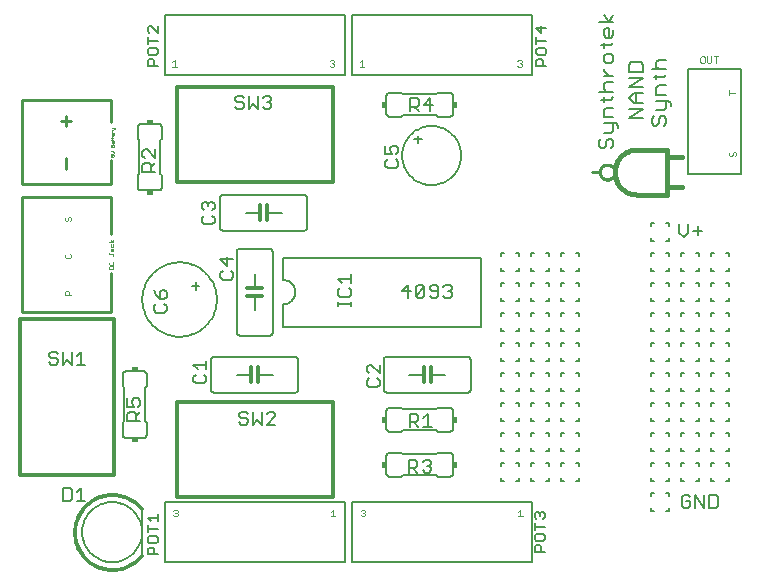
<source format=gto>
G75*
G70*
%OFA0B0*%
%FSLAX24Y24*%
%IPPOS*%
%LPD*%
%AMOC8*
5,1,8,0,0,1.08239X$1,22.5*
%
%ADD10C,0.0070*%
%ADD11C,0.0060*%
%ADD12C,0.0160*%
%ADD13C,0.0100*%
%ADD14C,0.0080*%
%ADD15C,0.0120*%
%ADD16R,0.0150X0.0200*%
%ADD17R,0.0200X0.0150*%
%ADD18C,0.0050*%
%ADD19C,0.0020*%
%ADD20C,0.0010*%
%ADD21C,0.0030*%
D10*
X002669Y004025D02*
X002884Y004025D01*
X002955Y004096D01*
X002955Y004383D01*
X002884Y004455D01*
X002669Y004455D01*
X002669Y004025D01*
X003129Y004025D02*
X003416Y004025D01*
X003272Y004025D02*
X003272Y004455D01*
X003129Y004312D01*
X004814Y006700D02*
X004814Y006915D01*
X004886Y006987D01*
X005029Y006987D01*
X005101Y006915D01*
X005101Y006700D01*
X005101Y006843D02*
X005244Y006987D01*
X005173Y007160D02*
X005244Y007232D01*
X005244Y007375D01*
X005173Y007447D01*
X005029Y007447D01*
X004957Y007375D01*
X004957Y007303D01*
X005029Y007160D01*
X004814Y007160D01*
X004814Y007447D01*
X004814Y006700D02*
X005244Y006700D01*
X007014Y008021D02*
X007086Y007950D01*
X007373Y007950D01*
X007444Y008021D01*
X007444Y008165D01*
X007373Y008237D01*
X007444Y008410D02*
X007444Y008697D01*
X007444Y008553D02*
X007014Y008553D01*
X007157Y008410D01*
X007086Y008237D02*
X007014Y008165D01*
X007014Y008021D01*
X008539Y006933D02*
X008539Y006862D01*
X008611Y006790D01*
X008754Y006790D01*
X008826Y006718D01*
X008826Y006646D01*
X008754Y006575D01*
X008611Y006575D01*
X008539Y006646D01*
X008539Y006933D02*
X008611Y007005D01*
X008754Y007005D01*
X008826Y006933D01*
X009000Y007005D02*
X009000Y006575D01*
X009143Y006718D01*
X009287Y006575D01*
X009287Y007005D01*
X009460Y006933D02*
X009532Y007005D01*
X009675Y007005D01*
X009747Y006933D01*
X009747Y006862D01*
X009460Y006575D01*
X009747Y006575D01*
X012789Y007896D02*
X012861Y007825D01*
X013148Y007825D01*
X013219Y007896D01*
X013219Y008040D01*
X013148Y008112D01*
X013219Y008285D02*
X012932Y008572D01*
X012861Y008572D01*
X012789Y008500D01*
X012789Y008357D01*
X012861Y008285D01*
X012861Y008112D02*
X012789Y008040D01*
X012789Y007896D01*
X013219Y008285D02*
X013219Y008572D01*
X014219Y006930D02*
X014434Y006930D01*
X014505Y006858D01*
X014505Y006715D01*
X014434Y006643D01*
X014219Y006643D01*
X014362Y006643D02*
X014505Y006500D01*
X014679Y006500D02*
X014966Y006500D01*
X014822Y006500D02*
X014822Y006930D01*
X014679Y006787D01*
X014219Y006930D02*
X014219Y006500D01*
X014194Y005405D02*
X014409Y005405D01*
X014480Y005333D01*
X014480Y005190D01*
X014409Y005118D01*
X014194Y005118D01*
X014337Y005118D02*
X014480Y004975D01*
X014654Y005046D02*
X014726Y004975D01*
X014869Y004975D01*
X014941Y005046D01*
X014941Y005118D01*
X014869Y005190D01*
X014797Y005190D01*
X014869Y005190D02*
X014941Y005262D01*
X014941Y005333D01*
X014869Y005405D01*
X014726Y005405D01*
X014654Y005333D01*
X014194Y005405D02*
X014194Y004975D01*
X012269Y010525D02*
X012269Y010668D01*
X012269Y010596D02*
X011839Y010596D01*
X011839Y010525D02*
X011839Y010668D01*
X011911Y010832D02*
X012198Y010832D01*
X012269Y010903D01*
X012269Y011047D01*
X012198Y011118D01*
X012269Y011292D02*
X012269Y011579D01*
X012269Y011435D02*
X011839Y011435D01*
X011982Y011292D01*
X011911Y011118D02*
X011839Y011047D01*
X011839Y010903D01*
X011911Y010832D01*
X013964Y011015D02*
X014251Y011015D01*
X014425Y010871D02*
X014425Y011158D01*
X014496Y011230D01*
X014640Y011230D01*
X014712Y011158D01*
X014425Y010871D01*
X014496Y010800D01*
X014640Y010800D01*
X014712Y010871D01*
X014712Y011158D01*
X014885Y011158D02*
X014885Y011087D01*
X014957Y011015D01*
X015172Y011015D01*
X015172Y011158D02*
X015172Y010871D01*
X015100Y010800D01*
X014957Y010800D01*
X014885Y010871D01*
X014885Y011158D02*
X014957Y011230D01*
X015100Y011230D01*
X015172Y011158D01*
X015345Y011158D02*
X015417Y011230D01*
X015561Y011230D01*
X015632Y011158D01*
X015632Y011087D01*
X015561Y011015D01*
X015632Y010943D01*
X015632Y010871D01*
X015561Y010800D01*
X015417Y010800D01*
X015345Y010871D01*
X015489Y011015D02*
X015561Y011015D01*
X014179Y010800D02*
X014179Y011230D01*
X013964Y011015D01*
X013773Y015125D02*
X013486Y015125D01*
X013414Y015196D01*
X013414Y015340D01*
X013486Y015412D01*
X013414Y015585D02*
X013629Y015585D01*
X013557Y015728D01*
X013557Y015800D01*
X013629Y015872D01*
X013773Y015872D01*
X013844Y015800D01*
X013844Y015657D01*
X013773Y015585D01*
X013773Y015412D02*
X013844Y015340D01*
X013844Y015196D01*
X013773Y015125D01*
X013414Y015585D02*
X013414Y015872D01*
X014239Y017025D02*
X014239Y017455D01*
X014454Y017455D01*
X014526Y017383D01*
X014526Y017240D01*
X014454Y017168D01*
X014239Y017168D01*
X014383Y017168D02*
X014526Y017025D01*
X014700Y017240D02*
X014987Y017240D01*
X014915Y017025D02*
X014915Y017455D01*
X014700Y017240D01*
X009616Y017243D02*
X009616Y017171D01*
X009544Y017100D01*
X009401Y017100D01*
X009329Y017171D01*
X009155Y017100D02*
X009155Y017530D01*
X009329Y017458D02*
X009401Y017530D01*
X009544Y017530D01*
X009616Y017458D01*
X009616Y017387D01*
X009544Y017315D01*
X009616Y017243D01*
X009544Y017315D02*
X009472Y017315D01*
X009155Y017100D02*
X009012Y017243D01*
X008869Y017100D01*
X008869Y017530D01*
X008695Y017458D02*
X008623Y017530D01*
X008480Y017530D01*
X008408Y017458D01*
X008408Y017387D01*
X008480Y017315D01*
X008623Y017315D01*
X008695Y017243D01*
X008695Y017171D01*
X008623Y017100D01*
X008480Y017100D01*
X008408Y017171D01*
X005744Y015747D02*
X005744Y015460D01*
X005457Y015747D01*
X005386Y015747D01*
X005314Y015675D01*
X005314Y015532D01*
X005386Y015460D01*
X005386Y015287D02*
X005314Y015215D01*
X005314Y015000D01*
X005744Y015000D01*
X005601Y015000D02*
X005601Y015215D01*
X005529Y015287D01*
X005386Y015287D01*
X005601Y015143D02*
X005744Y015287D01*
X007289Y013925D02*
X007361Y013997D01*
X007432Y013997D01*
X007504Y013925D01*
X007576Y013997D01*
X007648Y013997D01*
X007719Y013925D01*
X007719Y013782D01*
X007648Y013710D01*
X007648Y013537D02*
X007719Y013465D01*
X007719Y013321D01*
X007648Y013250D01*
X007361Y013250D01*
X007289Y013321D01*
X007289Y013465D01*
X007361Y013537D01*
X007361Y013710D02*
X007289Y013782D01*
X007289Y013925D01*
X007504Y013925D02*
X007504Y013853D01*
X008129Y012151D02*
X008129Y011864D01*
X007914Y012079D01*
X008344Y012079D01*
X008273Y011691D02*
X008344Y011619D01*
X008344Y011476D01*
X008273Y011404D01*
X007986Y011404D01*
X007914Y011476D01*
X007914Y011619D01*
X007986Y011691D01*
X006119Y010979D02*
X006119Y010836D01*
X006048Y010764D01*
X005904Y010764D01*
X005904Y010979D01*
X005976Y011051D01*
X006048Y011051D01*
X006119Y010979D01*
X005904Y010764D02*
X005761Y010908D01*
X005689Y011051D01*
X005761Y010591D02*
X005689Y010519D01*
X005689Y010376D01*
X005761Y010304D01*
X006048Y010304D01*
X006119Y010376D01*
X006119Y010519D01*
X006048Y010591D01*
X003272Y009005D02*
X003272Y008575D01*
X003129Y008575D02*
X003416Y008575D01*
X003129Y008862D02*
X003272Y009005D01*
X002955Y009005D02*
X002955Y008575D01*
X002812Y008718D01*
X002669Y008575D01*
X002669Y009005D01*
X002495Y008933D02*
X002423Y009005D01*
X002280Y009005D01*
X002208Y008933D01*
X002208Y008862D01*
X002280Y008790D01*
X002423Y008790D01*
X002495Y008718D01*
X002495Y008646D01*
X002423Y008575D01*
X002280Y008575D01*
X002208Y008646D01*
X023214Y012968D02*
X023358Y012825D01*
X023501Y012968D01*
X023501Y013255D01*
X023675Y013040D02*
X023962Y013040D01*
X023818Y013183D02*
X023818Y012896D01*
X023214Y012968D02*
X023214Y013255D01*
X023361Y004230D02*
X023289Y004158D01*
X023289Y003871D01*
X023361Y003800D01*
X023504Y003800D01*
X023576Y003871D01*
X023576Y004015D01*
X023433Y004015D01*
X023576Y004158D02*
X023504Y004230D01*
X023361Y004230D01*
X023750Y004230D02*
X024037Y003800D01*
X024037Y004230D01*
X024210Y004230D02*
X024425Y004230D01*
X024497Y004158D01*
X024497Y003871D01*
X024425Y003800D01*
X024210Y003800D01*
X024210Y004230D01*
X023750Y004230D02*
X023750Y003800D01*
D11*
X022854Y003790D02*
X022854Y003690D01*
X022754Y003690D01*
X022354Y003690D02*
X022254Y003690D01*
X022254Y003790D01*
X022254Y004190D02*
X022254Y004290D01*
X022354Y004290D01*
X022754Y004290D02*
X022854Y004290D01*
X022854Y004190D01*
X022854Y004690D02*
X022754Y004690D01*
X022854Y004690D02*
X022854Y004790D01*
X023254Y004790D02*
X023254Y004690D01*
X023354Y004690D01*
X023754Y004690D02*
X023854Y004690D01*
X023854Y004790D01*
X023854Y005190D02*
X023854Y005290D01*
X023754Y005290D01*
X023354Y005290D02*
X023254Y005290D01*
X023254Y005190D01*
X022854Y005190D02*
X022854Y005290D01*
X022754Y005290D01*
X022354Y005290D02*
X022254Y005290D01*
X022254Y005190D01*
X022254Y004790D02*
X022254Y004690D01*
X022354Y004690D01*
X022354Y005690D02*
X022254Y005690D01*
X022254Y005790D01*
X022254Y006190D02*
X022254Y006290D01*
X022354Y006290D01*
X022754Y006290D02*
X022854Y006290D01*
X022854Y006190D01*
X022854Y005790D02*
X022854Y005690D01*
X022754Y005690D01*
X023254Y005690D02*
X023254Y005790D01*
X023254Y005690D02*
X023354Y005690D01*
X023754Y005690D02*
X023854Y005690D01*
X023854Y005790D01*
X023854Y006190D02*
X023854Y006290D01*
X023754Y006290D01*
X023354Y006290D02*
X023254Y006290D01*
X023254Y006190D01*
X023254Y006690D02*
X023254Y006790D01*
X023254Y006690D02*
X023354Y006690D01*
X023754Y006690D02*
X023854Y006690D01*
X023854Y006790D01*
X023854Y007190D02*
X023854Y007290D01*
X023754Y007290D01*
X023354Y007290D02*
X023254Y007290D01*
X023254Y007190D01*
X022854Y007190D02*
X022854Y007290D01*
X022754Y007290D01*
X022354Y007290D02*
X022254Y007290D01*
X022254Y007190D01*
X022254Y006790D02*
X022254Y006690D01*
X022354Y006690D01*
X022754Y006690D02*
X022854Y006690D01*
X022854Y006790D01*
X022854Y007690D02*
X022754Y007690D01*
X022854Y007690D02*
X022854Y007790D01*
X022854Y008190D02*
X022854Y008290D01*
X022754Y008290D01*
X022354Y008290D02*
X022254Y008290D01*
X022254Y008190D01*
X022254Y007790D02*
X022254Y007690D01*
X022354Y007690D01*
X023254Y007690D02*
X023254Y007790D01*
X023254Y007690D02*
X023354Y007690D01*
X023754Y007690D02*
X023854Y007690D01*
X023854Y007790D01*
X023854Y008190D02*
X023854Y008290D01*
X023754Y008290D01*
X023354Y008290D02*
X023254Y008290D01*
X023254Y008190D01*
X023254Y008690D02*
X023254Y008790D01*
X023254Y008690D02*
X023354Y008690D01*
X023754Y008690D02*
X023854Y008690D01*
X023854Y008790D01*
X023854Y009190D02*
X023854Y009290D01*
X023754Y009290D01*
X023354Y009290D02*
X023254Y009290D01*
X023254Y009190D01*
X022854Y009190D02*
X022854Y009290D01*
X022754Y009290D01*
X022354Y009290D02*
X022254Y009290D01*
X022254Y009190D01*
X022254Y008790D02*
X022254Y008690D01*
X022354Y008690D01*
X022754Y008690D02*
X022854Y008690D01*
X022854Y008790D01*
X022854Y009690D02*
X022754Y009690D01*
X022854Y009690D02*
X022854Y009790D01*
X022854Y010190D02*
X022854Y010290D01*
X022754Y010290D01*
X022354Y010290D02*
X022254Y010290D01*
X022254Y010190D01*
X022254Y009790D02*
X022254Y009690D01*
X022354Y009690D01*
X023254Y009690D02*
X023254Y009790D01*
X023254Y009690D02*
X023354Y009690D01*
X023754Y009690D02*
X023854Y009690D01*
X023854Y009790D01*
X023854Y010190D02*
X023854Y010290D01*
X023754Y010290D01*
X023354Y010290D02*
X023254Y010290D01*
X023254Y010190D01*
X023254Y010690D02*
X023254Y010790D01*
X023254Y010690D02*
X023354Y010690D01*
X023754Y010690D02*
X023854Y010690D01*
X023854Y010790D01*
X023854Y011190D02*
X023854Y011290D01*
X023754Y011290D01*
X023354Y011290D02*
X023254Y011290D01*
X023254Y011190D01*
X022854Y011190D02*
X022854Y011290D01*
X022754Y011290D01*
X022354Y011290D02*
X022254Y011290D01*
X022254Y011190D01*
X022254Y010790D02*
X022254Y010690D01*
X022354Y010690D01*
X022754Y010690D02*
X022854Y010690D01*
X022854Y010790D01*
X022854Y011690D02*
X022754Y011690D01*
X022854Y011690D02*
X022854Y011790D01*
X022854Y012190D02*
X022854Y012290D01*
X022754Y012290D01*
X022354Y012290D02*
X022254Y012290D01*
X022254Y012190D01*
X022254Y011790D02*
X022254Y011690D01*
X022354Y011690D01*
X023254Y011690D02*
X023254Y011790D01*
X023254Y011690D02*
X023354Y011690D01*
X023754Y011690D02*
X023854Y011690D01*
X023854Y011790D01*
X023854Y012190D02*
X023854Y012290D01*
X023754Y012290D01*
X023354Y012290D02*
X023254Y012290D01*
X023254Y012190D01*
X022854Y012690D02*
X022754Y012690D01*
X022854Y012690D02*
X022854Y012790D01*
X022854Y013190D02*
X022854Y013290D01*
X022754Y013290D01*
X022354Y013290D02*
X022254Y013290D01*
X022254Y013190D01*
X022254Y012790D02*
X022254Y012690D01*
X022354Y012690D01*
X024254Y012290D02*
X024254Y012190D01*
X024254Y012290D02*
X024354Y012290D01*
X024754Y012290D02*
X024854Y012290D01*
X024854Y012190D01*
X024854Y011790D02*
X024854Y011690D01*
X024754Y011690D01*
X024354Y011690D02*
X024254Y011690D01*
X024254Y011790D01*
X024254Y011290D02*
X024254Y011190D01*
X024254Y011290D02*
X024354Y011290D01*
X024754Y011290D02*
X024854Y011290D01*
X024854Y011190D01*
X024854Y010790D02*
X024854Y010690D01*
X024754Y010690D01*
X024354Y010690D02*
X024254Y010690D01*
X024254Y010790D01*
X024254Y010290D02*
X024254Y010190D01*
X024254Y010290D02*
X024354Y010290D01*
X024754Y010290D02*
X024854Y010290D01*
X024854Y010190D01*
X024854Y009790D02*
X024854Y009690D01*
X024754Y009690D01*
X024354Y009690D02*
X024254Y009690D01*
X024254Y009790D01*
X024254Y009290D02*
X024254Y009190D01*
X024254Y009290D02*
X024354Y009290D01*
X024754Y009290D02*
X024854Y009290D01*
X024854Y009190D01*
X024854Y008790D02*
X024854Y008690D01*
X024754Y008690D01*
X024354Y008690D02*
X024254Y008690D01*
X024254Y008790D01*
X024254Y008290D02*
X024254Y008190D01*
X024254Y008290D02*
X024354Y008290D01*
X024754Y008290D02*
X024854Y008290D01*
X024854Y008190D01*
X024854Y007790D02*
X024854Y007690D01*
X024754Y007690D01*
X024354Y007690D02*
X024254Y007690D01*
X024254Y007790D01*
X024254Y007290D02*
X024254Y007190D01*
X024254Y007290D02*
X024354Y007290D01*
X024754Y007290D02*
X024854Y007290D01*
X024854Y007190D01*
X024854Y006790D02*
X024854Y006690D01*
X024754Y006690D01*
X024354Y006690D02*
X024254Y006690D01*
X024254Y006790D01*
X024254Y006290D02*
X024254Y006190D01*
X024254Y006290D02*
X024354Y006290D01*
X024754Y006290D02*
X024854Y006290D01*
X024854Y006190D01*
X024854Y005790D02*
X024854Y005690D01*
X024754Y005690D01*
X024354Y005690D02*
X024254Y005690D01*
X024254Y005790D01*
X024254Y005290D02*
X024254Y005190D01*
X024254Y005290D02*
X024354Y005290D01*
X024754Y005290D02*
X024854Y005290D01*
X024854Y005190D01*
X024854Y004790D02*
X024854Y004690D01*
X024754Y004690D01*
X024354Y004690D02*
X024254Y004690D01*
X024254Y004790D01*
X019854Y004790D02*
X019854Y004690D01*
X019754Y004690D01*
X019354Y004690D02*
X019254Y004690D01*
X019254Y004790D01*
X018854Y004790D02*
X018854Y004690D01*
X018754Y004690D01*
X018354Y004690D02*
X018254Y004690D01*
X018254Y004790D01*
X018254Y005190D02*
X018254Y005290D01*
X018354Y005290D01*
X018754Y005290D02*
X018854Y005290D01*
X018854Y005190D01*
X019254Y005190D02*
X019254Y005290D01*
X019354Y005290D01*
X019754Y005290D02*
X019854Y005290D01*
X019854Y005190D01*
X019854Y005690D02*
X019754Y005690D01*
X019854Y005690D02*
X019854Y005790D01*
X019854Y006190D02*
X019854Y006290D01*
X019754Y006290D01*
X019354Y006290D02*
X019254Y006290D01*
X019254Y006190D01*
X018854Y006190D02*
X018854Y006290D01*
X018754Y006290D01*
X018354Y006290D02*
X018254Y006290D01*
X018254Y006190D01*
X018254Y005790D02*
X018254Y005690D01*
X018354Y005690D01*
X018754Y005690D02*
X018854Y005690D01*
X018854Y005790D01*
X019254Y005790D02*
X019254Y005690D01*
X019354Y005690D01*
X019354Y006690D02*
X019254Y006690D01*
X019254Y006790D01*
X018854Y006790D02*
X018854Y006690D01*
X018754Y006690D01*
X018354Y006690D02*
X018254Y006690D01*
X018254Y006790D01*
X018254Y007190D02*
X018254Y007290D01*
X018354Y007290D01*
X018754Y007290D02*
X018854Y007290D01*
X018854Y007190D01*
X019254Y007190D02*
X019254Y007290D01*
X019354Y007290D01*
X019754Y007290D02*
X019854Y007290D01*
X019854Y007190D01*
X019854Y006790D02*
X019854Y006690D01*
X019754Y006690D01*
X019754Y007690D02*
X019854Y007690D01*
X019854Y007790D01*
X019854Y008190D02*
X019854Y008290D01*
X019754Y008290D01*
X019354Y008290D02*
X019254Y008290D01*
X019254Y008190D01*
X018854Y008190D02*
X018854Y008290D01*
X018754Y008290D01*
X018354Y008290D02*
X018254Y008290D01*
X018254Y008190D01*
X018254Y007790D02*
X018254Y007690D01*
X018354Y007690D01*
X018754Y007690D02*
X018854Y007690D01*
X018854Y007790D01*
X019254Y007790D02*
X019254Y007690D01*
X019354Y007690D01*
X019354Y008690D02*
X019254Y008690D01*
X019254Y008790D01*
X018854Y008790D02*
X018854Y008690D01*
X018754Y008690D01*
X018354Y008690D02*
X018254Y008690D01*
X018254Y008790D01*
X018254Y009190D02*
X018254Y009290D01*
X018354Y009290D01*
X018754Y009290D02*
X018854Y009290D01*
X018854Y009190D01*
X019254Y009190D02*
X019254Y009290D01*
X019354Y009290D01*
X019754Y009290D02*
X019854Y009290D01*
X019854Y009190D01*
X019854Y008790D02*
X019854Y008690D01*
X019754Y008690D01*
X019754Y009690D02*
X019854Y009690D01*
X019854Y009790D01*
X019854Y010190D02*
X019854Y010290D01*
X019754Y010290D01*
X019354Y010290D02*
X019254Y010290D01*
X019254Y010190D01*
X018854Y010190D02*
X018854Y010290D01*
X018754Y010290D01*
X018354Y010290D02*
X018254Y010290D01*
X018254Y010190D01*
X018254Y009790D02*
X018254Y009690D01*
X018354Y009690D01*
X018754Y009690D02*
X018854Y009690D01*
X018854Y009790D01*
X019254Y009790D02*
X019254Y009690D01*
X019354Y009690D01*
X019354Y010690D02*
X019254Y010690D01*
X019254Y010790D01*
X018854Y010790D02*
X018854Y010690D01*
X018754Y010690D01*
X018354Y010690D02*
X018254Y010690D01*
X018254Y010790D01*
X018254Y011190D02*
X018254Y011290D01*
X018354Y011290D01*
X018754Y011290D02*
X018854Y011290D01*
X018854Y011190D01*
X019254Y011190D02*
X019254Y011290D01*
X019354Y011290D01*
X019754Y011290D02*
X019854Y011290D01*
X019854Y011190D01*
X019854Y010790D02*
X019854Y010690D01*
X019754Y010690D01*
X019754Y011690D02*
X019854Y011690D01*
X019854Y011790D01*
X019854Y012190D02*
X019854Y012290D01*
X019754Y012290D01*
X019354Y012290D02*
X019254Y012290D01*
X019254Y012190D01*
X018854Y012190D02*
X018854Y012290D01*
X018754Y012290D01*
X018354Y012290D02*
X018254Y012290D01*
X018254Y012190D01*
X018254Y011790D02*
X018254Y011690D01*
X018354Y011690D01*
X018754Y011690D02*
X018854Y011690D01*
X018854Y011790D01*
X019254Y011790D02*
X019254Y011690D01*
X019354Y011690D01*
X017854Y011690D02*
X017754Y011690D01*
X017854Y011690D02*
X017854Y011790D01*
X017854Y012190D02*
X017854Y012290D01*
X017754Y012290D01*
X017354Y012290D02*
X017254Y012290D01*
X017254Y012190D01*
X017254Y011790D02*
X017254Y011690D01*
X017354Y011690D01*
X017354Y011290D02*
X017254Y011290D01*
X017254Y011190D01*
X017254Y010790D02*
X017254Y010690D01*
X017354Y010690D01*
X017354Y010290D02*
X017254Y010290D01*
X017254Y010190D01*
X017254Y009790D02*
X017254Y009690D01*
X017354Y009690D01*
X017354Y009290D02*
X017254Y009290D01*
X017254Y009190D01*
X017254Y008790D02*
X017254Y008690D01*
X017354Y008690D01*
X017354Y008290D02*
X017254Y008290D01*
X017254Y008190D01*
X017254Y007790D02*
X017254Y007690D01*
X017354Y007690D01*
X017354Y007290D02*
X017254Y007290D01*
X017254Y007190D01*
X017254Y006790D02*
X017254Y006690D01*
X017354Y006690D01*
X017354Y006290D02*
X017254Y006290D01*
X017254Y006190D01*
X017254Y005790D02*
X017254Y005690D01*
X017354Y005690D01*
X017354Y005290D02*
X017254Y005290D01*
X017254Y005190D01*
X017254Y004790D02*
X017254Y004690D01*
X017354Y004690D01*
X017754Y004690D02*
X017854Y004690D01*
X017854Y004790D01*
X017854Y005190D02*
X017854Y005290D01*
X017754Y005290D01*
X017754Y005690D02*
X017854Y005690D01*
X017854Y005790D01*
X017854Y006190D02*
X017854Y006290D01*
X017754Y006290D01*
X017754Y006690D02*
X017854Y006690D01*
X017854Y006790D01*
X017854Y007190D02*
X017854Y007290D01*
X017754Y007290D01*
X017754Y007690D02*
X017854Y007690D01*
X017854Y007790D01*
X017854Y008190D02*
X017854Y008290D01*
X017754Y008290D01*
X017754Y008690D02*
X017854Y008690D01*
X017854Y008790D01*
X017854Y009190D02*
X017854Y009290D01*
X017754Y009290D01*
X017754Y009690D02*
X017854Y009690D01*
X017854Y009790D01*
X017854Y010190D02*
X017854Y010290D01*
X017754Y010290D01*
X017754Y010690D02*
X017854Y010690D01*
X017854Y010790D01*
X017854Y011190D02*
X017854Y011290D01*
X017754Y011290D01*
X016604Y012140D02*
X016604Y009840D01*
X010004Y009840D01*
X010004Y010590D01*
X010043Y010592D01*
X010082Y010598D01*
X010120Y010607D01*
X010157Y010620D01*
X010193Y010637D01*
X010226Y010657D01*
X010258Y010681D01*
X010287Y010707D01*
X010313Y010736D01*
X010337Y010768D01*
X010357Y010801D01*
X010374Y010837D01*
X010387Y010874D01*
X010396Y010912D01*
X010402Y010951D01*
X010404Y010990D01*
X010402Y011029D01*
X010396Y011068D01*
X010387Y011106D01*
X010374Y011143D01*
X010357Y011179D01*
X010337Y011212D01*
X010313Y011244D01*
X010287Y011273D01*
X010258Y011299D01*
X010226Y011323D01*
X010193Y011343D01*
X010157Y011360D01*
X010120Y011373D01*
X010082Y011382D01*
X010043Y011388D01*
X010004Y011390D01*
X010004Y012140D01*
X016604Y012140D01*
X016154Y008840D02*
X013454Y008840D01*
X013437Y008838D01*
X013420Y008834D01*
X013404Y008827D01*
X013390Y008817D01*
X013377Y008804D01*
X013367Y008790D01*
X013360Y008774D01*
X013356Y008757D01*
X013354Y008740D01*
X013354Y007740D01*
X013356Y007723D01*
X013360Y007706D01*
X013367Y007690D01*
X013377Y007676D01*
X013390Y007663D01*
X013404Y007653D01*
X013420Y007646D01*
X013437Y007642D01*
X013454Y007640D01*
X016154Y007640D01*
X016171Y007642D01*
X016188Y007646D01*
X016204Y007653D01*
X016218Y007663D01*
X016231Y007676D01*
X016241Y007690D01*
X016248Y007706D01*
X016252Y007723D01*
X016254Y007740D01*
X016254Y008740D01*
X016252Y008757D01*
X016248Y008774D01*
X016241Y008790D01*
X016231Y008804D01*
X016218Y008817D01*
X016204Y008827D01*
X016188Y008834D01*
X016171Y008838D01*
X016154Y008840D01*
X015404Y008240D02*
X014934Y008240D01*
X014684Y008240D02*
X014204Y008240D01*
X013948Y007140D02*
X013548Y007140D01*
X013531Y007138D01*
X013514Y007134D01*
X013498Y007127D01*
X013484Y007117D01*
X013471Y007104D01*
X013461Y007090D01*
X013454Y007074D01*
X013450Y007057D01*
X013448Y007040D01*
X013448Y006440D01*
X013450Y006423D01*
X013454Y006406D01*
X013461Y006390D01*
X013471Y006376D01*
X013484Y006363D01*
X013498Y006353D01*
X013514Y006346D01*
X013531Y006342D01*
X013548Y006340D01*
X013948Y006340D01*
X013998Y006390D01*
X015111Y006390D01*
X015161Y006340D01*
X015561Y006340D01*
X015578Y006342D01*
X015595Y006346D01*
X015611Y006353D01*
X015625Y006363D01*
X015638Y006376D01*
X015648Y006390D01*
X015655Y006406D01*
X015659Y006423D01*
X015661Y006440D01*
X015661Y007040D01*
X015659Y007057D01*
X015655Y007074D01*
X015648Y007090D01*
X015638Y007104D01*
X015625Y007117D01*
X015611Y007127D01*
X015595Y007134D01*
X015578Y007138D01*
X015561Y007140D01*
X015161Y007140D01*
X015111Y007090D01*
X013998Y007090D01*
X013948Y007140D01*
X013948Y005640D02*
X013548Y005640D01*
X013531Y005638D01*
X013514Y005634D01*
X013498Y005627D01*
X013484Y005617D01*
X013471Y005604D01*
X013461Y005590D01*
X013454Y005574D01*
X013450Y005557D01*
X013448Y005540D01*
X013448Y004940D01*
X013450Y004923D01*
X013454Y004906D01*
X013461Y004890D01*
X013471Y004876D01*
X013484Y004863D01*
X013498Y004853D01*
X013514Y004846D01*
X013531Y004842D01*
X013548Y004840D01*
X013948Y004840D01*
X013998Y004890D01*
X015111Y004890D01*
X015161Y004840D01*
X015561Y004840D01*
X015578Y004842D01*
X015595Y004846D01*
X015611Y004853D01*
X015625Y004863D01*
X015638Y004876D01*
X015648Y004890D01*
X015655Y004906D01*
X015659Y004923D01*
X015661Y004940D01*
X015661Y005540D01*
X015659Y005557D01*
X015655Y005574D01*
X015648Y005590D01*
X015638Y005604D01*
X015625Y005617D01*
X015611Y005627D01*
X015595Y005634D01*
X015578Y005638D01*
X015561Y005640D01*
X015161Y005640D01*
X015111Y005590D01*
X013998Y005590D01*
X013948Y005640D01*
X010504Y007740D02*
X010504Y008740D01*
X010502Y008757D01*
X010498Y008774D01*
X010491Y008790D01*
X010481Y008804D01*
X010468Y008817D01*
X010454Y008827D01*
X010438Y008834D01*
X010421Y008838D01*
X010404Y008840D01*
X007704Y008840D01*
X007687Y008838D01*
X007670Y008834D01*
X007654Y008827D01*
X007640Y008817D01*
X007627Y008804D01*
X007617Y008790D01*
X007610Y008774D01*
X007606Y008757D01*
X007604Y008740D01*
X007604Y007740D01*
X007606Y007723D01*
X007610Y007706D01*
X007617Y007690D01*
X007627Y007676D01*
X007640Y007663D01*
X007654Y007653D01*
X007670Y007646D01*
X007687Y007642D01*
X007704Y007640D01*
X010404Y007640D01*
X010421Y007642D01*
X010438Y007646D01*
X010454Y007653D01*
X010468Y007663D01*
X010481Y007676D01*
X010491Y007690D01*
X010498Y007706D01*
X010502Y007723D01*
X010504Y007740D01*
X009654Y008240D02*
X009174Y008240D01*
X008924Y008240D02*
X008454Y008240D01*
X008554Y009540D02*
X009554Y009540D01*
X009571Y009542D01*
X009588Y009546D01*
X009604Y009553D01*
X009618Y009563D01*
X009631Y009576D01*
X009641Y009590D01*
X009648Y009606D01*
X009652Y009623D01*
X009654Y009640D01*
X009654Y012340D01*
X009652Y012357D01*
X009648Y012374D01*
X009641Y012390D01*
X009631Y012404D01*
X009618Y012417D01*
X009604Y012427D01*
X009588Y012434D01*
X009571Y012438D01*
X009554Y012440D01*
X008554Y012440D01*
X008537Y012438D01*
X008520Y012434D01*
X008504Y012427D01*
X008490Y012417D01*
X008477Y012404D01*
X008467Y012390D01*
X008460Y012374D01*
X008456Y012357D01*
X008454Y012340D01*
X008454Y009640D01*
X008456Y009623D01*
X008460Y009606D01*
X008467Y009590D01*
X008477Y009576D01*
X008490Y009563D01*
X008504Y009553D01*
X008520Y009546D01*
X008537Y009542D01*
X008554Y009540D01*
X009054Y010390D02*
X009054Y010860D01*
X009054Y011110D02*
X009054Y011590D01*
X008004Y013040D02*
X010704Y013040D01*
X010721Y013042D01*
X010738Y013046D01*
X010754Y013053D01*
X010768Y013063D01*
X010781Y013076D01*
X010791Y013090D01*
X010798Y013106D01*
X010802Y013123D01*
X010804Y013140D01*
X010804Y014140D01*
X010802Y014157D01*
X010798Y014174D01*
X010791Y014190D01*
X010781Y014204D01*
X010768Y014217D01*
X010754Y014227D01*
X010738Y014234D01*
X010721Y014238D01*
X010704Y014240D01*
X008004Y014240D01*
X007987Y014238D01*
X007970Y014234D01*
X007954Y014227D01*
X007940Y014217D01*
X007927Y014204D01*
X007917Y014190D01*
X007910Y014174D01*
X007906Y014157D01*
X007904Y014140D01*
X007904Y013140D01*
X007906Y013123D01*
X007910Y013106D01*
X007917Y013090D01*
X007927Y013076D01*
X007940Y013063D01*
X007954Y013053D01*
X007970Y013046D01*
X007987Y013042D01*
X008004Y013040D01*
X008754Y013640D02*
X009224Y013640D01*
X009474Y013640D02*
X009954Y013640D01*
X007214Y011190D02*
X006964Y011190D01*
X007094Y011060D02*
X007094Y011320D01*
X005314Y010740D02*
X005316Y010810D01*
X005322Y010880D01*
X005332Y010950D01*
X005346Y011018D01*
X005363Y011086D01*
X005385Y011153D01*
X005410Y011219D01*
X005439Y011283D01*
X005471Y011345D01*
X005507Y011405D01*
X005547Y011463D01*
X005589Y011519D01*
X005635Y011572D01*
X005683Y011623D01*
X005735Y011671D01*
X005789Y011716D01*
X005845Y011757D01*
X005904Y011796D01*
X005965Y011831D01*
X006027Y011863D01*
X006092Y011891D01*
X006157Y011915D01*
X006225Y011935D01*
X006293Y011952D01*
X006362Y011965D01*
X006431Y011974D01*
X006501Y011979D01*
X006572Y011980D01*
X006642Y011977D01*
X006712Y011970D01*
X006781Y011959D01*
X006849Y011944D01*
X006917Y011926D01*
X006984Y011903D01*
X007049Y011877D01*
X007112Y011847D01*
X007174Y011814D01*
X007234Y011777D01*
X007291Y011737D01*
X007347Y011694D01*
X007399Y011647D01*
X007449Y011598D01*
X007496Y011546D01*
X007540Y011491D01*
X007581Y011434D01*
X007619Y011375D01*
X007653Y011314D01*
X007684Y011251D01*
X007711Y011186D01*
X007734Y011120D01*
X007754Y011052D01*
X007770Y010984D01*
X007782Y010915D01*
X007790Y010845D01*
X007794Y010775D01*
X007794Y010705D01*
X007790Y010635D01*
X007782Y010565D01*
X007770Y010496D01*
X007754Y010428D01*
X007734Y010360D01*
X007711Y010294D01*
X007684Y010229D01*
X007653Y010166D01*
X007619Y010105D01*
X007581Y010046D01*
X007540Y009989D01*
X007496Y009934D01*
X007449Y009882D01*
X007399Y009833D01*
X007347Y009786D01*
X007291Y009743D01*
X007234Y009703D01*
X007174Y009666D01*
X007112Y009633D01*
X007049Y009603D01*
X006984Y009577D01*
X006917Y009554D01*
X006849Y009536D01*
X006781Y009521D01*
X006712Y009510D01*
X006642Y009503D01*
X006572Y009500D01*
X006501Y009501D01*
X006431Y009506D01*
X006362Y009515D01*
X006293Y009528D01*
X006225Y009545D01*
X006157Y009565D01*
X006092Y009589D01*
X006027Y009617D01*
X005965Y009649D01*
X005904Y009684D01*
X005845Y009723D01*
X005789Y009764D01*
X005735Y009809D01*
X005683Y009857D01*
X005635Y009908D01*
X005589Y009961D01*
X005547Y010017D01*
X005507Y010075D01*
X005471Y010135D01*
X005439Y010197D01*
X005410Y010261D01*
X005385Y010327D01*
X005363Y010394D01*
X005346Y010462D01*
X005332Y010530D01*
X005322Y010600D01*
X005316Y010670D01*
X005314Y010740D01*
X005354Y008346D02*
X004754Y008346D01*
X004737Y008344D01*
X004720Y008340D01*
X004704Y008333D01*
X004690Y008323D01*
X004677Y008310D01*
X004667Y008296D01*
X004660Y008280D01*
X004656Y008263D01*
X004654Y008246D01*
X004654Y007846D01*
X004704Y007796D01*
X004704Y006683D01*
X004654Y006633D01*
X004654Y006233D01*
X004656Y006216D01*
X004660Y006199D01*
X004667Y006183D01*
X004677Y006169D01*
X004690Y006156D01*
X004704Y006146D01*
X004720Y006139D01*
X004737Y006135D01*
X004754Y006133D01*
X005354Y006133D01*
X005371Y006135D01*
X005388Y006139D01*
X005404Y006146D01*
X005418Y006156D01*
X005431Y006169D01*
X005441Y006183D01*
X005448Y006199D01*
X005452Y006216D01*
X005454Y006233D01*
X005454Y006633D01*
X005404Y006683D01*
X005404Y007796D01*
X005454Y007846D01*
X005454Y008246D01*
X005452Y008263D01*
X005448Y008280D01*
X005441Y008296D01*
X005431Y008310D01*
X005418Y008323D01*
X005404Y008333D01*
X005388Y008340D01*
X005371Y008344D01*
X005354Y008346D01*
X005824Y003578D02*
X005824Y003351D01*
X005824Y003465D02*
X005484Y003465D01*
X005597Y003351D01*
X005484Y003210D02*
X005484Y002983D01*
X005484Y003096D02*
X005824Y003096D01*
X005768Y002842D02*
X005541Y002842D01*
X005484Y002785D01*
X005484Y002671D01*
X005541Y002615D01*
X005768Y002615D01*
X005824Y002671D01*
X005824Y002785D01*
X005768Y002842D01*
X005654Y002473D02*
X005541Y002473D01*
X005484Y002417D01*
X005484Y002246D01*
X005824Y002246D01*
X005711Y002246D02*
X005711Y002417D01*
X005654Y002473D01*
X003304Y002990D02*
X003306Y003053D01*
X003312Y003115D01*
X003322Y003177D01*
X003335Y003239D01*
X003353Y003299D01*
X003374Y003358D01*
X003399Y003416D01*
X003428Y003472D01*
X003460Y003526D01*
X003495Y003578D01*
X003533Y003627D01*
X003575Y003675D01*
X003619Y003719D01*
X003667Y003761D01*
X003716Y003799D01*
X003768Y003834D01*
X003822Y003866D01*
X003878Y003895D01*
X003936Y003920D01*
X003995Y003941D01*
X004055Y003959D01*
X004117Y003972D01*
X004179Y003982D01*
X004241Y003988D01*
X004304Y003990D01*
X004367Y003988D01*
X004429Y003982D01*
X004491Y003972D01*
X004553Y003959D01*
X004613Y003941D01*
X004672Y003920D01*
X004730Y003895D01*
X004786Y003866D01*
X004840Y003834D01*
X004892Y003799D01*
X004941Y003761D01*
X004989Y003719D01*
X005033Y003675D01*
X005075Y003627D01*
X005113Y003578D01*
X005148Y003526D01*
X005180Y003472D01*
X005209Y003416D01*
X005234Y003358D01*
X005255Y003299D01*
X005273Y003239D01*
X005286Y003177D01*
X005296Y003115D01*
X005302Y003053D01*
X005304Y002990D01*
X005302Y002927D01*
X005296Y002865D01*
X005286Y002803D01*
X005273Y002741D01*
X005255Y002681D01*
X005234Y002622D01*
X005209Y002564D01*
X005180Y002508D01*
X005148Y002454D01*
X005113Y002402D01*
X005075Y002353D01*
X005033Y002305D01*
X004989Y002261D01*
X004941Y002219D01*
X004892Y002181D01*
X004840Y002146D01*
X004786Y002114D01*
X004730Y002085D01*
X004672Y002060D01*
X004613Y002039D01*
X004553Y002021D01*
X004491Y002008D01*
X004429Y001998D01*
X004367Y001992D01*
X004304Y001990D01*
X004241Y001992D01*
X004179Y001998D01*
X004117Y002008D01*
X004055Y002021D01*
X003995Y002039D01*
X003936Y002060D01*
X003878Y002085D01*
X003822Y002114D01*
X003768Y002146D01*
X003716Y002181D01*
X003667Y002219D01*
X003619Y002261D01*
X003575Y002305D01*
X003533Y002353D01*
X003495Y002402D01*
X003460Y002454D01*
X003428Y002508D01*
X003399Y002564D01*
X003374Y002622D01*
X003353Y002681D01*
X003335Y002741D01*
X003322Y002803D01*
X003312Y002865D01*
X003306Y002927D01*
X003304Y002990D01*
X005254Y014383D02*
X005854Y014383D01*
X005871Y014385D01*
X005888Y014389D01*
X005904Y014396D01*
X005918Y014406D01*
X005931Y014419D01*
X005941Y014433D01*
X005948Y014449D01*
X005952Y014466D01*
X005954Y014483D01*
X005954Y014883D01*
X005904Y014933D01*
X005904Y016046D01*
X005954Y016096D01*
X005954Y016496D01*
X005952Y016513D01*
X005948Y016530D01*
X005941Y016546D01*
X005931Y016560D01*
X005918Y016573D01*
X005904Y016583D01*
X005888Y016590D01*
X005871Y016594D01*
X005854Y016596D01*
X005254Y016596D01*
X005237Y016594D01*
X005220Y016590D01*
X005204Y016583D01*
X005190Y016573D01*
X005177Y016560D01*
X005167Y016546D01*
X005160Y016530D01*
X005156Y016513D01*
X005154Y016496D01*
X005154Y016096D01*
X005204Y016046D01*
X005204Y014933D01*
X005154Y014883D01*
X005154Y014483D01*
X005156Y014466D01*
X005160Y014449D01*
X005167Y014433D01*
X005177Y014419D01*
X005190Y014406D01*
X005204Y014396D01*
X005220Y014389D01*
X005237Y014385D01*
X005254Y014383D01*
X005484Y018521D02*
X005484Y018692D01*
X005541Y018748D01*
X005654Y018748D01*
X005711Y018692D01*
X005711Y018521D01*
X005824Y018521D02*
X005484Y018521D01*
X005541Y018890D02*
X005768Y018890D01*
X005824Y018946D01*
X005824Y019060D01*
X005768Y019117D01*
X005541Y019117D01*
X005484Y019060D01*
X005484Y018946D01*
X005541Y018890D01*
X005484Y019258D02*
X005484Y019485D01*
X005484Y019371D02*
X005824Y019371D01*
X005824Y019626D02*
X005597Y019853D01*
X005541Y019853D01*
X005484Y019796D01*
X005484Y019683D01*
X005541Y019626D01*
X005824Y019626D02*
X005824Y019853D01*
X013448Y017540D02*
X013448Y016940D01*
X013450Y016923D01*
X013454Y016906D01*
X013461Y016890D01*
X013471Y016876D01*
X013484Y016863D01*
X013498Y016853D01*
X013514Y016846D01*
X013531Y016842D01*
X013548Y016840D01*
X013948Y016840D01*
X013998Y016890D01*
X015111Y016890D01*
X015161Y016840D01*
X015561Y016840D01*
X015578Y016842D01*
X015595Y016846D01*
X015611Y016853D01*
X015625Y016863D01*
X015638Y016876D01*
X015648Y016890D01*
X015655Y016906D01*
X015659Y016923D01*
X015661Y016940D01*
X015661Y017540D01*
X015659Y017557D01*
X015655Y017574D01*
X015648Y017590D01*
X015638Y017604D01*
X015625Y017617D01*
X015611Y017627D01*
X015595Y017634D01*
X015578Y017638D01*
X015561Y017640D01*
X015161Y017640D01*
X015111Y017590D01*
X013998Y017590D01*
X013948Y017640D01*
X013548Y017640D01*
X013531Y017638D01*
X013514Y017634D01*
X013498Y017627D01*
X013484Y017617D01*
X013471Y017604D01*
X013461Y017590D01*
X013454Y017574D01*
X013450Y017557D01*
X013448Y017540D01*
X014504Y016200D02*
X014504Y015950D01*
X014634Y016080D02*
X014374Y016080D01*
X013970Y015540D02*
X013972Y015602D01*
X013978Y015665D01*
X013988Y015726D01*
X014002Y015787D01*
X014019Y015847D01*
X014040Y015906D01*
X014066Y015963D01*
X014094Y016018D01*
X014126Y016072D01*
X014162Y016123D01*
X014200Y016173D01*
X014242Y016219D01*
X014286Y016263D01*
X014334Y016304D01*
X014383Y016342D01*
X014435Y016376D01*
X014489Y016407D01*
X014545Y016435D01*
X014603Y016459D01*
X014662Y016480D01*
X014722Y016496D01*
X014783Y016509D01*
X014845Y016518D01*
X014907Y016523D01*
X014970Y016524D01*
X015032Y016521D01*
X015094Y016514D01*
X015156Y016503D01*
X015216Y016488D01*
X015276Y016470D01*
X015334Y016448D01*
X015391Y016422D01*
X015446Y016392D01*
X015499Y016359D01*
X015550Y016323D01*
X015598Y016284D01*
X015644Y016241D01*
X015687Y016196D01*
X015727Y016148D01*
X015764Y016098D01*
X015798Y016045D01*
X015829Y015991D01*
X015855Y015935D01*
X015879Y015877D01*
X015898Y015817D01*
X015914Y015757D01*
X015926Y015695D01*
X015934Y015634D01*
X015938Y015571D01*
X015938Y015509D01*
X015934Y015446D01*
X015926Y015385D01*
X015914Y015323D01*
X015898Y015263D01*
X015879Y015203D01*
X015855Y015145D01*
X015829Y015089D01*
X015798Y015035D01*
X015764Y014982D01*
X015727Y014932D01*
X015687Y014884D01*
X015644Y014839D01*
X015598Y014796D01*
X015550Y014757D01*
X015499Y014721D01*
X015446Y014688D01*
X015391Y014658D01*
X015334Y014632D01*
X015276Y014610D01*
X015216Y014592D01*
X015156Y014577D01*
X015094Y014566D01*
X015032Y014559D01*
X014970Y014556D01*
X014907Y014557D01*
X014845Y014562D01*
X014783Y014571D01*
X014722Y014584D01*
X014662Y014600D01*
X014603Y014621D01*
X014545Y014645D01*
X014489Y014673D01*
X014435Y014704D01*
X014383Y014738D01*
X014334Y014776D01*
X014286Y014817D01*
X014242Y014861D01*
X014200Y014907D01*
X014162Y014957D01*
X014126Y015008D01*
X014094Y015062D01*
X014066Y015117D01*
X014040Y015174D01*
X014019Y015233D01*
X014002Y015293D01*
X013988Y015354D01*
X013978Y015415D01*
X013972Y015478D01*
X013970Y015540D01*
X018434Y018521D02*
X018434Y018692D01*
X018491Y018748D01*
X018604Y018748D01*
X018661Y018692D01*
X018661Y018521D01*
X018774Y018521D02*
X018434Y018521D01*
X018491Y018890D02*
X018718Y018890D01*
X018774Y018946D01*
X018774Y019060D01*
X018718Y019117D01*
X018491Y019117D01*
X018434Y019060D01*
X018434Y018946D01*
X018491Y018890D01*
X018434Y019258D02*
X018434Y019485D01*
X018434Y019371D02*
X018774Y019371D01*
X018604Y019626D02*
X018604Y019853D01*
X018774Y019796D02*
X018434Y019796D01*
X018604Y019626D01*
X018611Y003651D02*
X018668Y003651D01*
X018724Y003595D01*
X018724Y003481D01*
X018668Y003425D01*
X018554Y003538D02*
X018554Y003595D01*
X018611Y003651D01*
X018554Y003595D02*
X018497Y003651D01*
X018441Y003651D01*
X018384Y003595D01*
X018384Y003481D01*
X018441Y003425D01*
X018384Y003283D02*
X018384Y003056D01*
X018384Y003170D02*
X018724Y003170D01*
X018668Y002915D02*
X018441Y002915D01*
X018384Y002858D01*
X018384Y002745D01*
X018441Y002688D01*
X018668Y002688D01*
X018724Y002745D01*
X018724Y002858D01*
X018668Y002915D01*
X018554Y002547D02*
X018441Y002547D01*
X018384Y002490D01*
X018384Y002320D01*
X018724Y002320D01*
X018611Y002320D02*
X018611Y002490D01*
X018554Y002547D01*
D12*
X021804Y014240D02*
X022804Y014240D01*
X022804Y014490D01*
X023304Y014490D01*
X023054Y014490D02*
X022804Y014490D01*
X022804Y015490D01*
X023304Y015490D01*
X022804Y015490D02*
X022804Y015740D01*
X021804Y015740D01*
X021750Y015738D01*
X021697Y015732D01*
X021645Y015723D01*
X021593Y015710D01*
X021542Y015693D01*
X021492Y015672D01*
X021445Y015648D01*
X021399Y015621D01*
X021355Y015590D01*
X021313Y015557D01*
X021274Y015520D01*
X021237Y015481D01*
X021204Y015439D01*
X021173Y015395D01*
X021146Y015349D01*
X021122Y015302D01*
X021101Y015252D01*
X021084Y015201D01*
X021071Y015149D01*
X021062Y015097D01*
X021056Y015044D01*
X021054Y014990D01*
X021056Y014936D01*
X021062Y014883D01*
X021071Y014831D01*
X021084Y014779D01*
X021101Y014728D01*
X021122Y014678D01*
X021146Y014631D01*
X021173Y014585D01*
X021204Y014541D01*
X021237Y014499D01*
X021274Y014460D01*
X021313Y014423D01*
X021355Y014390D01*
X021399Y014359D01*
X021445Y014332D01*
X021492Y014308D01*
X021542Y014287D01*
X021593Y014270D01*
X021645Y014257D01*
X021697Y014248D01*
X021750Y014242D01*
X021804Y014240D01*
D13*
X020554Y014990D02*
X020556Y015021D01*
X020562Y015052D01*
X020572Y015082D01*
X020585Y015110D01*
X020602Y015137D01*
X020622Y015161D01*
X020645Y015183D01*
X020670Y015201D01*
X020698Y015216D01*
X020727Y015228D01*
X020757Y015236D01*
X020788Y015240D01*
X020820Y015240D01*
X020851Y015236D01*
X020881Y015228D01*
X020910Y015216D01*
X020938Y015201D01*
X020963Y015183D01*
X020986Y015161D01*
X021006Y015137D01*
X021023Y015110D01*
X021036Y015082D01*
X021046Y015052D01*
X021052Y015021D01*
X021054Y014990D01*
X021052Y014959D01*
X021046Y014928D01*
X021036Y014898D01*
X021023Y014870D01*
X021006Y014843D01*
X020986Y014819D01*
X020963Y014797D01*
X020938Y014779D01*
X020910Y014764D01*
X020881Y014752D01*
X020851Y014744D01*
X020820Y014740D01*
X020788Y014740D01*
X020757Y014744D01*
X020727Y014752D01*
X020698Y014764D01*
X020670Y014779D01*
X020645Y014797D01*
X020622Y014819D01*
X020602Y014843D01*
X020585Y014870D01*
X020572Y014898D01*
X020562Y014928D01*
X020556Y014959D01*
X020554Y014990D01*
X020304Y014990D01*
X004279Y014590D02*
X004279Y015398D01*
X004279Y014590D02*
X001304Y014590D01*
X001304Y017390D01*
X004279Y017390D01*
X004279Y016670D01*
X002944Y016694D02*
X002594Y016694D01*
X002769Y016869D02*
X002769Y016515D01*
X002769Y015454D02*
X002769Y015104D01*
X001304Y014165D02*
X004279Y014165D01*
X004279Y012930D01*
X004279Y011622D02*
X004279Y010315D01*
X001304Y010315D01*
X001304Y014165D01*
D14*
X005304Y003740D02*
X005304Y002240D01*
X020534Y015860D02*
X020614Y015780D01*
X020694Y015780D01*
X020774Y015860D01*
X020774Y016020D01*
X020854Y016100D01*
X020934Y016100D01*
X021014Y016020D01*
X021014Y015860D01*
X020934Y015780D01*
X020534Y015860D02*
X020534Y016020D01*
X020614Y016100D01*
X020694Y016295D02*
X020934Y016295D01*
X021014Y016375D01*
X021014Y016616D01*
X021094Y016616D02*
X021174Y016536D01*
X021174Y016455D01*
X021094Y016616D02*
X020694Y016616D01*
X020694Y016811D02*
X020694Y017051D01*
X020774Y017131D01*
X021014Y017131D01*
X020934Y017407D02*
X021014Y017487D01*
X020934Y017407D02*
X020614Y017407D01*
X020694Y017327D02*
X020694Y017487D01*
X020774Y017670D02*
X020694Y017750D01*
X020694Y017911D01*
X020774Y017991D01*
X021014Y017991D01*
X021014Y018186D02*
X020694Y018186D01*
X020854Y018186D02*
X020694Y018346D01*
X020694Y018426D01*
X020774Y018616D02*
X020934Y018616D01*
X021014Y018696D01*
X021014Y018856D01*
X020934Y018936D01*
X020774Y018936D01*
X020694Y018856D01*
X020694Y018696D01*
X020774Y018616D01*
X020694Y019131D02*
X020694Y019291D01*
X020614Y019211D02*
X020934Y019211D01*
X021014Y019291D01*
X020934Y019475D02*
X020774Y019475D01*
X020694Y019555D01*
X020694Y019715D01*
X020774Y019795D01*
X020854Y019795D01*
X020854Y019475D01*
X020934Y019475D02*
X021014Y019555D01*
X021014Y019715D01*
X021014Y019991D02*
X020534Y019991D01*
X020694Y020231D02*
X020854Y019991D01*
X021014Y020231D01*
X022524Y018741D02*
X022764Y018741D01*
X022524Y018741D02*
X022444Y018661D01*
X022444Y018500D01*
X022524Y018420D01*
X022444Y018237D02*
X022444Y018077D01*
X022364Y018157D02*
X022684Y018157D01*
X022764Y018237D01*
X022764Y018420D02*
X022284Y018420D01*
X022014Y018327D02*
X022014Y018567D01*
X021934Y018647D01*
X021614Y018647D01*
X021534Y018567D01*
X021534Y018327D01*
X022014Y018327D01*
X022014Y018131D02*
X021534Y018131D01*
X021534Y017811D02*
X022014Y018131D01*
X022014Y017811D02*
X021534Y017811D01*
X021694Y017616D02*
X022014Y017616D01*
X021774Y017616D02*
X021774Y017295D01*
X021694Y017295D02*
X021534Y017455D01*
X021694Y017616D01*
X021694Y017295D02*
X022014Y017295D01*
X022014Y017100D02*
X021534Y017100D01*
X021534Y016780D02*
X022014Y017100D01*
X022014Y016780D02*
X021534Y016780D01*
X021014Y016811D02*
X020694Y016811D01*
X020534Y017670D02*
X021014Y017670D01*
X022444Y017561D02*
X022444Y017801D01*
X022524Y017881D01*
X022764Y017881D01*
X022764Y017561D02*
X022444Y017561D01*
X022444Y017366D02*
X022844Y017366D01*
X022924Y017286D01*
X022924Y017205D01*
X022764Y017125D02*
X022684Y017045D01*
X022444Y017045D01*
X022364Y016850D02*
X022284Y016770D01*
X022284Y016610D01*
X022364Y016530D01*
X022444Y016530D01*
X022524Y016610D01*
X022524Y016770D01*
X022604Y016850D01*
X022684Y016850D01*
X022764Y016770D01*
X022764Y016610D01*
X022684Y016530D01*
X022764Y017125D02*
X022764Y017366D01*
D15*
X014934Y008490D02*
X014934Y008240D01*
X014934Y007990D01*
X014684Y007990D02*
X014684Y008240D01*
X014684Y008490D01*
X011653Y007314D02*
X011653Y004165D01*
X006456Y004165D01*
X006456Y007314D01*
X011653Y007314D01*
X009174Y007990D02*
X009174Y008240D01*
X009174Y008490D01*
X008924Y008490D02*
X008924Y008240D01*
X008924Y007990D01*
X009054Y010860D02*
X008804Y010860D01*
X009054Y010860D02*
X009304Y010860D01*
X009304Y011110D02*
X009054Y011110D01*
X008804Y011110D01*
X009224Y013390D02*
X009224Y013640D01*
X009224Y013890D01*
X009474Y013890D02*
X009474Y013640D01*
X009474Y013390D01*
X011653Y014665D02*
X006456Y014665D01*
X006456Y017814D01*
X011653Y017814D01*
X011653Y014665D01*
X004379Y010088D02*
X004379Y004891D01*
X001230Y004891D01*
X001230Y010088D01*
X004379Y010088D01*
D16*
X013373Y006740D03*
X013373Y005240D03*
X015736Y005240D03*
X015736Y006740D03*
X015736Y017240D03*
X013373Y017240D03*
D17*
X005554Y016671D03*
X005554Y014308D03*
X005054Y008421D03*
X005054Y006058D03*
D18*
X006054Y003990D02*
X006054Y001990D01*
X012054Y001990D01*
X012054Y003990D01*
X006054Y003990D01*
X012304Y003990D02*
X012304Y001990D01*
X018304Y001990D01*
X018304Y003990D01*
X012304Y003990D01*
X023504Y014940D02*
X023504Y018440D01*
X025254Y018440D01*
X025254Y014940D01*
X023504Y014940D01*
X018304Y018240D02*
X018304Y020240D01*
X012304Y020240D01*
X012304Y018240D01*
X018304Y018240D01*
X012054Y018240D02*
X012054Y020240D01*
X006054Y020240D01*
X006054Y018240D01*
X012054Y018240D01*
D19*
X011711Y018536D02*
X011674Y018500D01*
X011601Y018500D01*
X011564Y018536D01*
X011638Y018610D02*
X011674Y018610D01*
X011711Y018573D01*
X011711Y018536D01*
X011674Y018610D02*
X011711Y018646D01*
X011711Y018683D01*
X011674Y018720D01*
X011601Y018720D01*
X011564Y018683D01*
X012564Y018646D02*
X012638Y018720D01*
X012638Y018500D01*
X012711Y018500D02*
X012564Y018500D01*
X017814Y018536D02*
X017851Y018500D01*
X017924Y018500D01*
X017961Y018536D01*
X017961Y018573D01*
X017924Y018610D01*
X017888Y018610D01*
X017924Y018610D02*
X017961Y018646D01*
X017961Y018683D01*
X017924Y018720D01*
X017851Y018720D01*
X017814Y018683D01*
X023914Y018661D02*
X023951Y018625D01*
X024024Y018625D01*
X024061Y018661D01*
X024061Y018808D01*
X024024Y018845D01*
X023951Y018845D01*
X023914Y018808D01*
X023914Y018661D01*
X024135Y018661D02*
X024172Y018625D01*
X024245Y018625D01*
X024282Y018661D01*
X024282Y018845D01*
X024356Y018845D02*
X024503Y018845D01*
X024430Y018845D02*
X024430Y018625D01*
X024135Y018661D02*
X024135Y018845D01*
X024852Y017713D02*
X024852Y017566D01*
X024852Y017640D02*
X025072Y017640D01*
X025060Y015663D02*
X025097Y015626D01*
X025097Y015553D01*
X025060Y015516D01*
X024987Y015553D02*
X024987Y015626D01*
X025023Y015663D01*
X025060Y015663D01*
X024987Y015553D02*
X024950Y015516D01*
X024913Y015516D01*
X024877Y015553D01*
X024877Y015626D01*
X024913Y015663D01*
X017917Y003730D02*
X017917Y003510D01*
X017990Y003510D02*
X017843Y003510D01*
X017843Y003656D02*
X017917Y003730D01*
X012740Y003693D02*
X012740Y003656D01*
X012703Y003620D01*
X012740Y003583D01*
X012740Y003546D01*
X012703Y003510D01*
X012630Y003510D01*
X012593Y003546D01*
X012667Y003620D02*
X012703Y003620D01*
X012740Y003693D02*
X012703Y003730D01*
X012630Y003730D01*
X012593Y003693D01*
X011740Y003510D02*
X011593Y003510D01*
X011667Y003510D02*
X011667Y003730D01*
X011593Y003656D01*
X006490Y003656D02*
X006453Y003620D01*
X006490Y003583D01*
X006490Y003546D01*
X006453Y003510D01*
X006380Y003510D01*
X006343Y003546D01*
X006417Y003620D02*
X006453Y003620D01*
X006490Y003656D02*
X006490Y003693D01*
X006453Y003730D01*
X006380Y003730D01*
X006343Y003693D01*
X004347Y011758D02*
X004207Y011758D01*
X004207Y011828D01*
X004230Y011851D01*
X004323Y011851D01*
X004347Y011828D01*
X004347Y011758D01*
X004323Y011905D02*
X004230Y011905D01*
X004207Y011929D01*
X004207Y011975D01*
X004230Y011999D01*
X004323Y011999D02*
X004347Y011975D01*
X004347Y011929D01*
X004323Y011905D01*
X004323Y012200D02*
X004347Y012223D01*
X004347Y012247D01*
X004323Y012270D01*
X004207Y012270D01*
X004207Y012247D02*
X004207Y012293D01*
X004253Y012371D02*
X004253Y012417D01*
X004277Y012441D01*
X004347Y012441D01*
X004347Y012371D01*
X004323Y012347D01*
X004300Y012371D01*
X004300Y012441D01*
X004277Y012495D02*
X004323Y012495D01*
X004347Y012518D01*
X004347Y012588D01*
X004347Y012642D02*
X004207Y012642D01*
X004253Y012588D02*
X004253Y012518D01*
X004277Y012495D01*
X004300Y012642D02*
X004253Y012712D01*
X004300Y012642D02*
X004347Y012712D01*
X006314Y018500D02*
X006461Y018500D01*
X006388Y018500D02*
X006388Y018720D01*
X006314Y018646D01*
D20*
X005336Y003770D02*
X005264Y003716D01*
X005265Y003717D02*
X005222Y003770D01*
X005177Y003821D01*
X005128Y003869D01*
X005077Y003914D01*
X005023Y003957D01*
X004967Y003996D01*
X004909Y004032D01*
X004849Y004065D01*
X004788Y004094D01*
X004724Y004119D01*
X004660Y004141D01*
X004594Y004160D01*
X004527Y004174D01*
X004460Y004185D01*
X004392Y004192D01*
X004324Y004195D01*
X004255Y004194D01*
X004187Y004189D01*
X004119Y004181D01*
X004052Y004168D01*
X003986Y004152D01*
X003921Y004132D01*
X003856Y004109D01*
X003794Y004082D01*
X003733Y004051D01*
X003674Y004017D01*
X003616Y003980D01*
X003561Y003939D01*
X003509Y003895D01*
X003459Y003849D01*
X003412Y003800D01*
X003367Y003748D01*
X003326Y003694D01*
X003287Y003637D01*
X003252Y003578D01*
X003221Y003518D01*
X003193Y003456D01*
X003168Y003392D01*
X003147Y003327D01*
X003130Y003261D01*
X003116Y003194D01*
X003107Y003126D01*
X003101Y003058D01*
X003099Y002990D01*
X003101Y002922D01*
X003107Y002854D01*
X003116Y002786D01*
X003130Y002719D01*
X003147Y002653D01*
X003168Y002588D01*
X003193Y002524D01*
X003221Y002462D01*
X003252Y002402D01*
X003287Y002343D01*
X003326Y002286D01*
X003367Y002232D01*
X003412Y002180D01*
X003459Y002131D01*
X003509Y002085D01*
X003561Y002041D01*
X003616Y002000D01*
X003674Y001963D01*
X003733Y001929D01*
X003794Y001898D01*
X003856Y001871D01*
X003921Y001848D01*
X003986Y001828D01*
X004052Y001812D01*
X004119Y001799D01*
X004187Y001791D01*
X004255Y001786D01*
X004324Y001785D01*
X004392Y001788D01*
X004460Y001795D01*
X004527Y001806D01*
X004594Y001820D01*
X004660Y001839D01*
X004724Y001861D01*
X004788Y001886D01*
X004849Y001915D01*
X004909Y001948D01*
X004967Y001984D01*
X005023Y002023D01*
X005077Y002066D01*
X005128Y002111D01*
X005177Y002159D01*
X005222Y002210D01*
X005265Y002263D01*
X005336Y002210D01*
X005337Y002209D01*
X005293Y002154D01*
X005245Y002101D01*
X005195Y002050D01*
X005142Y002003D01*
X005087Y001959D01*
X005029Y001917D01*
X004969Y001879D01*
X004908Y001844D01*
X004844Y001813D01*
X004779Y001785D01*
X004712Y001761D01*
X004644Y001740D01*
X004575Y001724D01*
X004505Y001711D01*
X004435Y001702D01*
X004364Y001696D01*
X004293Y001695D01*
X004222Y001698D01*
X004151Y001704D01*
X004081Y001714D01*
X004012Y001728D01*
X003943Y001746D01*
X003875Y001768D01*
X003809Y001793D01*
X003744Y001822D01*
X003681Y001855D01*
X003620Y001891D01*
X003561Y001930D01*
X003504Y001972D01*
X003449Y002017D01*
X003397Y002066D01*
X003348Y002117D01*
X003301Y002170D01*
X003258Y002227D01*
X003218Y002285D01*
X003181Y002346D01*
X003147Y002408D01*
X003117Y002472D01*
X003090Y002538D01*
X003067Y002605D01*
X003048Y002674D01*
X003033Y002743D01*
X003021Y002813D01*
X003013Y002884D01*
X003009Y002955D01*
X003009Y003025D01*
X003013Y003096D01*
X003021Y003167D01*
X003033Y003237D01*
X003048Y003306D01*
X003067Y003375D01*
X003090Y003442D01*
X003117Y003508D01*
X003147Y003572D01*
X003181Y003634D01*
X003218Y003695D01*
X003258Y003753D01*
X003301Y003810D01*
X003348Y003863D01*
X003397Y003914D01*
X003449Y003963D01*
X003504Y004008D01*
X003561Y004050D01*
X003620Y004089D01*
X003681Y004125D01*
X003744Y004158D01*
X003809Y004187D01*
X003875Y004212D01*
X003943Y004234D01*
X004012Y004252D01*
X004081Y004266D01*
X004151Y004276D01*
X004222Y004282D01*
X004293Y004285D01*
X004364Y004284D01*
X004435Y004278D01*
X004505Y004269D01*
X004575Y004256D01*
X004644Y004240D01*
X004712Y004219D01*
X004779Y004195D01*
X004844Y004167D01*
X004908Y004136D01*
X004969Y004101D01*
X005029Y004063D01*
X005087Y004021D01*
X005142Y003977D01*
X005195Y003930D01*
X005245Y003879D01*
X005293Y003826D01*
X005337Y003771D01*
X005330Y003766D01*
X005285Y003821D01*
X005238Y003874D01*
X005187Y003925D01*
X005134Y003972D01*
X005078Y004017D01*
X005020Y004058D01*
X004960Y004096D01*
X004898Y004131D01*
X004834Y004162D01*
X004768Y004189D01*
X004701Y004213D01*
X004632Y004233D01*
X004563Y004250D01*
X004493Y004262D01*
X004422Y004271D01*
X004351Y004275D01*
X004280Y004276D01*
X004209Y004272D01*
X004138Y004265D01*
X004067Y004254D01*
X003998Y004239D01*
X003929Y004220D01*
X003861Y004197D01*
X003795Y004171D01*
X003730Y004141D01*
X003668Y004107D01*
X003607Y004071D01*
X003548Y004030D01*
X003491Y003987D01*
X003437Y003940D01*
X003386Y003891D01*
X003338Y003838D01*
X003292Y003784D01*
X003250Y003726D01*
X003211Y003667D01*
X003175Y003605D01*
X003142Y003542D01*
X003114Y003477D01*
X003088Y003410D01*
X003067Y003342D01*
X003049Y003273D01*
X003036Y003203D01*
X003026Y003132D01*
X003020Y003061D01*
X003018Y002990D01*
X003020Y002919D01*
X003026Y002848D01*
X003036Y002777D01*
X003049Y002707D01*
X003067Y002638D01*
X003088Y002570D01*
X003114Y002503D01*
X003142Y002438D01*
X003175Y002375D01*
X003211Y002313D01*
X003250Y002254D01*
X003292Y002196D01*
X003338Y002142D01*
X003386Y002089D01*
X003437Y002040D01*
X003491Y001993D01*
X003548Y001950D01*
X003607Y001909D01*
X003668Y001873D01*
X003730Y001839D01*
X003795Y001809D01*
X003861Y001783D01*
X003929Y001760D01*
X003998Y001741D01*
X004067Y001726D01*
X004138Y001715D01*
X004209Y001708D01*
X004280Y001704D01*
X004351Y001705D01*
X004422Y001709D01*
X004493Y001718D01*
X004563Y001730D01*
X004632Y001747D01*
X004701Y001767D01*
X004768Y001791D01*
X004834Y001818D01*
X004898Y001849D01*
X004960Y001884D01*
X005020Y001922D01*
X005078Y001963D01*
X005134Y002008D01*
X005187Y002055D01*
X005238Y002106D01*
X005285Y002159D01*
X005330Y002214D01*
X005323Y002220D01*
X005278Y002165D01*
X005231Y002112D01*
X005181Y002062D01*
X005128Y002015D01*
X005073Y001971D01*
X005015Y001929D01*
X004956Y001892D01*
X004894Y001857D01*
X004830Y001826D01*
X004765Y001799D01*
X004698Y001775D01*
X004630Y001755D01*
X004561Y001739D01*
X004492Y001727D01*
X004421Y001718D01*
X004351Y001714D01*
X004280Y001713D01*
X004209Y001717D01*
X004139Y001724D01*
X004069Y001735D01*
X004000Y001750D01*
X003932Y001769D01*
X003864Y001791D01*
X003799Y001817D01*
X003734Y001847D01*
X003672Y001880D01*
X003612Y001917D01*
X003553Y001957D01*
X003497Y002000D01*
X003443Y002046D01*
X003393Y002096D01*
X003344Y002147D01*
X003299Y002202D01*
X003257Y002259D01*
X003218Y002318D01*
X003183Y002379D01*
X003150Y002442D01*
X003122Y002507D01*
X003097Y002573D01*
X003076Y002641D01*
X003058Y002709D01*
X003045Y002779D01*
X003035Y002849D01*
X003029Y002919D01*
X003027Y002990D01*
X003029Y003061D01*
X003035Y003131D01*
X003045Y003201D01*
X003058Y003271D01*
X003076Y003339D01*
X003097Y003407D01*
X003122Y003473D01*
X003150Y003538D01*
X003183Y003601D01*
X003218Y003662D01*
X003257Y003721D01*
X003299Y003778D01*
X003344Y003833D01*
X003393Y003884D01*
X003443Y003934D01*
X003497Y003980D01*
X003553Y004023D01*
X003612Y004063D01*
X003672Y004100D01*
X003734Y004133D01*
X003799Y004163D01*
X003864Y004189D01*
X003932Y004211D01*
X004000Y004230D01*
X004069Y004245D01*
X004139Y004256D01*
X004209Y004263D01*
X004280Y004267D01*
X004351Y004266D01*
X004421Y004262D01*
X004492Y004253D01*
X004561Y004241D01*
X004630Y004225D01*
X004698Y004205D01*
X004765Y004181D01*
X004830Y004154D01*
X004894Y004123D01*
X004956Y004088D01*
X005015Y004051D01*
X005073Y004009D01*
X005128Y003965D01*
X005181Y003918D01*
X005231Y003868D01*
X005278Y003815D01*
X005323Y003760D01*
X005315Y003755D01*
X005271Y003810D01*
X005223Y003863D01*
X005173Y003913D01*
X005120Y003961D01*
X005064Y004005D01*
X005006Y004046D01*
X004946Y004083D01*
X004884Y004118D01*
X004820Y004148D01*
X004754Y004175D01*
X004687Y004199D01*
X004619Y004218D01*
X004549Y004234D01*
X004479Y004246D01*
X004409Y004254D01*
X004338Y004258D01*
X004267Y004257D01*
X004196Y004253D01*
X004125Y004245D01*
X004055Y004233D01*
X003986Y004217D01*
X003918Y004198D01*
X003850Y004174D01*
X003785Y004147D01*
X003721Y004116D01*
X003659Y004082D01*
X003599Y004044D01*
X003541Y004002D01*
X003485Y003958D01*
X003432Y003911D01*
X003382Y003860D01*
X003335Y003807D01*
X003290Y003752D01*
X003249Y003694D01*
X003212Y003634D01*
X003177Y003571D01*
X003146Y003507D01*
X003119Y003442D01*
X003096Y003375D01*
X003076Y003306D01*
X003060Y003237D01*
X003048Y003167D01*
X003040Y003096D01*
X003036Y003026D01*
X003036Y002954D01*
X003040Y002884D01*
X003048Y002813D01*
X003060Y002743D01*
X003076Y002674D01*
X003096Y002605D01*
X003119Y002538D01*
X003146Y002473D01*
X003177Y002409D01*
X003212Y002346D01*
X003249Y002286D01*
X003290Y002228D01*
X003335Y002173D01*
X003382Y002120D01*
X003432Y002069D01*
X003485Y002022D01*
X003541Y001978D01*
X003599Y001936D01*
X003659Y001898D01*
X003721Y001864D01*
X003785Y001833D01*
X003850Y001806D01*
X003918Y001782D01*
X003986Y001763D01*
X004055Y001747D01*
X004125Y001735D01*
X004196Y001727D01*
X004267Y001723D01*
X004338Y001722D01*
X004409Y001726D01*
X004479Y001734D01*
X004549Y001746D01*
X004619Y001762D01*
X004687Y001781D01*
X004754Y001805D01*
X004820Y001832D01*
X004884Y001862D01*
X004946Y001897D01*
X005006Y001934D01*
X005064Y001975D01*
X005120Y002019D01*
X005173Y002067D01*
X005223Y002117D01*
X005271Y002170D01*
X005315Y002225D01*
X005308Y002231D01*
X005264Y002176D01*
X005217Y002123D01*
X005167Y002073D01*
X005114Y002026D01*
X005059Y001982D01*
X005001Y001942D01*
X004942Y001904D01*
X004880Y001870D01*
X004816Y001840D01*
X004751Y001813D01*
X004684Y001790D01*
X004616Y001770D01*
X004548Y001755D01*
X004478Y001743D01*
X004408Y001735D01*
X004337Y001731D01*
X004267Y001732D01*
X004196Y001736D01*
X004126Y001744D01*
X004057Y001756D01*
X003988Y001771D01*
X003920Y001791D01*
X003854Y001814D01*
X003789Y001841D01*
X003725Y001872D01*
X003663Y001906D01*
X003604Y001944D01*
X003546Y001985D01*
X003491Y002029D01*
X003438Y002076D01*
X003389Y002126D01*
X003342Y002178D01*
X003298Y002234D01*
X003257Y002291D01*
X003219Y002351D01*
X003185Y002413D01*
X003155Y002476D01*
X003128Y002541D01*
X003104Y002608D01*
X003085Y002676D01*
X003069Y002745D01*
X003057Y002814D01*
X003049Y002884D01*
X003045Y002955D01*
X003045Y003025D01*
X003049Y003096D01*
X003057Y003166D01*
X003069Y003235D01*
X003085Y003304D01*
X003104Y003372D01*
X003128Y003439D01*
X003155Y003504D01*
X003185Y003567D01*
X003219Y003629D01*
X003257Y003689D01*
X003298Y003746D01*
X003342Y003802D01*
X003389Y003854D01*
X003438Y003904D01*
X003491Y003951D01*
X003546Y003995D01*
X003604Y004036D01*
X003663Y004074D01*
X003725Y004108D01*
X003789Y004139D01*
X003854Y004166D01*
X003920Y004189D01*
X003988Y004209D01*
X004057Y004224D01*
X004126Y004236D01*
X004196Y004244D01*
X004267Y004248D01*
X004337Y004249D01*
X004408Y004245D01*
X004478Y004237D01*
X004548Y004225D01*
X004616Y004210D01*
X004684Y004190D01*
X004751Y004167D01*
X004816Y004140D01*
X004880Y004110D01*
X004942Y004076D01*
X005001Y004038D01*
X005059Y003998D01*
X005114Y003954D01*
X005167Y003907D01*
X005217Y003857D01*
X005264Y003804D01*
X005308Y003749D01*
X005301Y003744D01*
X005257Y003799D01*
X005210Y003851D01*
X005161Y003900D01*
X005108Y003947D01*
X005054Y003990D01*
X004996Y004031D01*
X004937Y004068D01*
X004876Y004102D01*
X004812Y004132D01*
X004748Y004159D01*
X004681Y004182D01*
X004614Y004201D01*
X004546Y004216D01*
X004477Y004228D01*
X004407Y004236D01*
X004337Y004240D01*
X004267Y004239D01*
X004197Y004235D01*
X004128Y004227D01*
X004059Y004216D01*
X003990Y004200D01*
X003923Y004181D01*
X003857Y004157D01*
X003792Y004130D01*
X003729Y004100D01*
X003668Y004066D01*
X003609Y004029D01*
X003551Y003988D01*
X003497Y003944D01*
X003445Y003898D01*
X003395Y003848D01*
X003348Y003796D01*
X003305Y003741D01*
X003264Y003684D01*
X003227Y003625D01*
X003193Y003563D01*
X003163Y003500D01*
X003136Y003435D01*
X003113Y003369D01*
X003094Y003302D01*
X003078Y003234D01*
X003066Y003165D01*
X003058Y003095D01*
X003054Y003025D01*
X003054Y002955D01*
X003058Y002885D01*
X003066Y002815D01*
X003078Y002746D01*
X003094Y002678D01*
X003113Y002611D01*
X003136Y002545D01*
X003163Y002480D01*
X003193Y002417D01*
X003227Y002355D01*
X003264Y002296D01*
X003305Y002239D01*
X003348Y002184D01*
X003395Y002132D01*
X003445Y002082D01*
X003497Y002036D01*
X003551Y001992D01*
X003609Y001951D01*
X003668Y001914D01*
X003729Y001880D01*
X003792Y001850D01*
X003857Y001823D01*
X003923Y001799D01*
X003990Y001780D01*
X004059Y001764D01*
X004128Y001753D01*
X004197Y001745D01*
X004267Y001741D01*
X004337Y001740D01*
X004407Y001744D01*
X004477Y001752D01*
X004546Y001764D01*
X004614Y001779D01*
X004681Y001798D01*
X004748Y001821D01*
X004812Y001848D01*
X004876Y001878D01*
X004937Y001912D01*
X004996Y001949D01*
X005054Y001990D01*
X005108Y002033D01*
X005161Y002080D01*
X005210Y002129D01*
X005257Y002181D01*
X005301Y002236D01*
X005294Y002241D01*
X005250Y002187D01*
X005204Y002135D01*
X005155Y002086D01*
X005103Y002040D01*
X005048Y001997D01*
X004991Y001957D01*
X004932Y001920D01*
X004871Y001886D01*
X004809Y001856D01*
X004744Y001830D01*
X004679Y001807D01*
X004612Y001788D01*
X004544Y001772D01*
X004475Y001761D01*
X004406Y001753D01*
X004337Y001749D01*
X004267Y001750D01*
X004198Y001754D01*
X004129Y001761D01*
X004060Y001773D01*
X003993Y001789D01*
X003926Y001808D01*
X003860Y001831D01*
X003796Y001858D01*
X003733Y001888D01*
X003672Y001922D01*
X003614Y001959D01*
X003557Y001999D01*
X003503Y002042D01*
X003451Y002089D01*
X003402Y002138D01*
X003355Y002190D01*
X003312Y002244D01*
X003272Y002301D01*
X003235Y002360D01*
X003201Y002421D01*
X003171Y002484D01*
X003144Y002548D01*
X003121Y002613D01*
X003102Y002680D01*
X003087Y002748D01*
X003075Y002817D01*
X003067Y002886D01*
X003063Y002955D01*
X003063Y003025D01*
X003067Y003094D01*
X003075Y003163D01*
X003087Y003232D01*
X003102Y003300D01*
X003121Y003367D01*
X003144Y003432D01*
X003171Y003496D01*
X003201Y003559D01*
X003235Y003620D01*
X003272Y003679D01*
X003312Y003736D01*
X003355Y003790D01*
X003402Y003842D01*
X003451Y003891D01*
X003503Y003938D01*
X003557Y003981D01*
X003614Y004021D01*
X003672Y004058D01*
X003733Y004092D01*
X003796Y004122D01*
X003860Y004149D01*
X003926Y004172D01*
X003993Y004191D01*
X004060Y004207D01*
X004129Y004219D01*
X004198Y004226D01*
X004267Y004230D01*
X004337Y004231D01*
X004406Y004227D01*
X004475Y004219D01*
X004544Y004208D01*
X004612Y004192D01*
X004679Y004173D01*
X004744Y004150D01*
X004809Y004124D01*
X004871Y004094D01*
X004932Y004060D01*
X004991Y004023D01*
X005048Y003983D01*
X005103Y003940D01*
X005155Y003894D01*
X005204Y003845D01*
X005250Y003793D01*
X005294Y003739D01*
X005287Y003733D01*
X005243Y003787D01*
X005197Y003838D01*
X005148Y003887D01*
X005097Y003933D01*
X005043Y003976D01*
X004986Y004016D01*
X004928Y004052D01*
X004867Y004086D01*
X004805Y004116D01*
X004741Y004142D01*
X004676Y004164D01*
X004610Y004183D01*
X004542Y004199D01*
X004474Y004210D01*
X004406Y004218D01*
X004337Y004222D01*
X004268Y004221D01*
X004199Y004217D01*
X004130Y004210D01*
X004062Y004198D01*
X003995Y004183D01*
X003928Y004163D01*
X003863Y004140D01*
X003800Y004114D01*
X003737Y004084D01*
X003677Y004051D01*
X003619Y004014D01*
X003562Y003974D01*
X003508Y003931D01*
X003457Y003885D01*
X003408Y003836D01*
X003362Y003784D01*
X003319Y003730D01*
X003279Y003674D01*
X003243Y003615D01*
X003209Y003555D01*
X003179Y003493D01*
X003153Y003429D01*
X003130Y003364D01*
X003111Y003297D01*
X003096Y003230D01*
X003084Y003162D01*
X003076Y003093D01*
X003072Y003025D01*
X003072Y002955D01*
X003076Y002887D01*
X003084Y002818D01*
X003096Y002750D01*
X003111Y002683D01*
X003130Y002616D01*
X003153Y002551D01*
X003179Y002487D01*
X003209Y002425D01*
X003243Y002365D01*
X003279Y002306D01*
X003319Y002250D01*
X003362Y002196D01*
X003408Y002144D01*
X003457Y002095D01*
X003508Y002049D01*
X003562Y002006D01*
X003619Y001966D01*
X003677Y001929D01*
X003737Y001896D01*
X003800Y001866D01*
X003863Y001840D01*
X003928Y001817D01*
X003995Y001797D01*
X004062Y001782D01*
X004130Y001770D01*
X004199Y001763D01*
X004268Y001759D01*
X004337Y001758D01*
X004406Y001762D01*
X004474Y001770D01*
X004542Y001781D01*
X004610Y001797D01*
X004676Y001816D01*
X004741Y001838D01*
X004805Y001864D01*
X004867Y001894D01*
X004928Y001928D01*
X004986Y001964D01*
X005043Y002004D01*
X005097Y002047D01*
X005148Y002093D01*
X005197Y002142D01*
X005243Y002193D01*
X005287Y002247D01*
X005279Y002252D01*
X005236Y002198D01*
X005190Y002147D01*
X005140Y002098D01*
X005089Y002052D01*
X005034Y002009D01*
X004977Y001969D01*
X004919Y001933D01*
X004858Y001899D01*
X004795Y001870D01*
X004731Y001844D01*
X004665Y001822D01*
X004598Y001803D01*
X004531Y001788D01*
X004462Y001777D01*
X004393Y001770D01*
X004324Y001767D01*
X004255Y001768D01*
X004185Y001773D01*
X004117Y001781D01*
X004049Y001794D01*
X003981Y001810D01*
X003915Y001831D01*
X003850Y001854D01*
X003786Y001882D01*
X003724Y001913D01*
X003664Y001948D01*
X003606Y001986D01*
X003550Y002027D01*
X003497Y002071D01*
X003446Y002118D01*
X003398Y002168D01*
X003353Y002221D01*
X003311Y002276D01*
X003272Y002333D01*
X003237Y002393D01*
X003205Y002454D01*
X003176Y002517D01*
X003151Y002582D01*
X003130Y002648D01*
X003112Y002715D01*
X003099Y002783D01*
X003089Y002852D01*
X003083Y002921D01*
X003081Y002990D01*
X003083Y003059D01*
X003089Y003128D01*
X003099Y003197D01*
X003112Y003265D01*
X003130Y003332D01*
X003151Y003398D01*
X003176Y003463D01*
X003205Y003526D01*
X003237Y003587D01*
X003272Y003647D01*
X003311Y003704D01*
X003353Y003759D01*
X003398Y003812D01*
X003446Y003862D01*
X003497Y003909D01*
X003550Y003953D01*
X003606Y003994D01*
X003664Y004032D01*
X003724Y004067D01*
X003786Y004098D01*
X003850Y004126D01*
X003915Y004149D01*
X003981Y004170D01*
X004049Y004186D01*
X004117Y004199D01*
X004185Y004207D01*
X004255Y004212D01*
X004324Y004213D01*
X004393Y004210D01*
X004462Y004203D01*
X004531Y004192D01*
X004598Y004177D01*
X004665Y004158D01*
X004731Y004136D01*
X004795Y004110D01*
X004858Y004081D01*
X004919Y004047D01*
X004977Y004011D01*
X005034Y003971D01*
X005089Y003928D01*
X005140Y003882D01*
X005190Y003833D01*
X005236Y003782D01*
X005279Y003728D01*
X005272Y003722D01*
X005229Y003776D01*
X005183Y003827D01*
X005134Y003876D01*
X005083Y003921D01*
X005029Y003964D01*
X004972Y004003D01*
X004914Y004040D01*
X004854Y004073D01*
X004791Y004102D01*
X004728Y004128D01*
X004662Y004150D01*
X004596Y004168D01*
X004529Y004183D01*
X004461Y004194D01*
X004392Y004201D01*
X004324Y004204D01*
X004255Y004203D01*
X004186Y004198D01*
X004118Y004190D01*
X004050Y004177D01*
X003984Y004161D01*
X003918Y004141D01*
X003853Y004117D01*
X003790Y004090D01*
X003729Y004059D01*
X003669Y004025D01*
X003611Y003987D01*
X003556Y003946D01*
X003503Y003902D01*
X003453Y003855D01*
X003405Y003806D01*
X003360Y003754D01*
X003318Y003699D01*
X003280Y003642D01*
X003245Y003583D01*
X003213Y003522D01*
X003184Y003459D01*
X003160Y003395D01*
X003138Y003329D01*
X003121Y003263D01*
X003108Y003195D01*
X003098Y003127D01*
X003092Y003059D01*
X003090Y002990D01*
X003092Y002921D01*
X003098Y002853D01*
X003108Y002785D01*
X003121Y002717D01*
X003138Y002651D01*
X003160Y002585D01*
X003184Y002521D01*
X003213Y002458D01*
X003245Y002397D01*
X003280Y002338D01*
X003318Y002281D01*
X003360Y002226D01*
X003405Y002174D01*
X003453Y002125D01*
X003503Y002078D01*
X003556Y002034D01*
X003611Y001993D01*
X003669Y001955D01*
X003729Y001921D01*
X003790Y001890D01*
X003853Y001863D01*
X003918Y001839D01*
X003984Y001819D01*
X004050Y001803D01*
X004118Y001790D01*
X004186Y001782D01*
X004255Y001777D01*
X004324Y001776D01*
X004392Y001779D01*
X004461Y001786D01*
X004529Y001797D01*
X004596Y001812D01*
X004662Y001830D01*
X004728Y001852D01*
X004791Y001878D01*
X004854Y001907D01*
X004914Y001940D01*
X004972Y001977D01*
X005029Y002016D01*
X005083Y002059D01*
X005134Y002104D01*
X005183Y002153D01*
X005229Y002204D01*
X005272Y002258D01*
X004344Y015493D02*
X004363Y015512D01*
X004363Y015548D01*
X004344Y015567D01*
X004271Y015567D01*
X004253Y015548D01*
X004253Y015512D01*
X004271Y015493D01*
X004289Y015493D01*
X004308Y015512D01*
X004308Y015567D01*
X004326Y015604D02*
X004363Y015641D01*
X004326Y015677D01*
X004253Y015677D01*
X004253Y015604D02*
X004326Y015604D01*
X004308Y015825D02*
X004308Y015880D01*
X004326Y015898D01*
X004344Y015898D01*
X004363Y015880D01*
X004363Y015825D01*
X004253Y015825D01*
X004253Y015880D01*
X004271Y015898D01*
X004289Y015898D01*
X004308Y015880D01*
X004344Y015935D02*
X004326Y015954D01*
X004326Y016009D01*
X004308Y016009D02*
X004363Y016009D01*
X004363Y015954D01*
X004344Y015935D01*
X004289Y015954D02*
X004289Y015990D01*
X004308Y016009D01*
X004289Y016046D02*
X004289Y016082D01*
X004271Y016064D02*
X004344Y016064D01*
X004363Y016082D01*
X004344Y016138D02*
X004363Y016156D01*
X004344Y016138D02*
X004271Y016138D01*
X004289Y016156D02*
X004289Y016119D01*
X004308Y016193D02*
X004289Y016211D01*
X004289Y016248D01*
X004308Y016266D01*
X004326Y016266D01*
X004326Y016193D01*
X004344Y016193D02*
X004308Y016193D01*
X004344Y016193D02*
X004363Y016211D01*
X004363Y016248D01*
X004363Y016304D02*
X004289Y016304D01*
X004289Y016340D02*
X004289Y016359D01*
X004289Y016340D02*
X004326Y016304D01*
X004344Y016396D02*
X004363Y016414D01*
X004363Y016469D01*
X004381Y016469D02*
X004400Y016451D01*
X004400Y016432D01*
X004381Y016469D02*
X004289Y016469D01*
X004289Y016396D02*
X004344Y016396D01*
D21*
X002894Y013491D02*
X002929Y013456D01*
X002929Y013386D01*
X002894Y013351D01*
X002824Y013386D02*
X002824Y013456D01*
X002859Y013491D01*
X002894Y013491D01*
X002824Y013386D02*
X002789Y013351D01*
X002754Y013351D01*
X002719Y013386D01*
X002719Y013456D01*
X002754Y013491D01*
X002754Y012256D02*
X002719Y012221D01*
X002719Y012151D01*
X002754Y012116D01*
X002894Y012116D01*
X002929Y012151D01*
X002929Y012221D01*
X002894Y012256D01*
X002824Y011031D02*
X002859Y010996D01*
X002859Y010891D01*
X002929Y010891D02*
X002719Y010891D01*
X002719Y010996D01*
X002754Y011031D01*
X002824Y011031D01*
M02*

</source>
